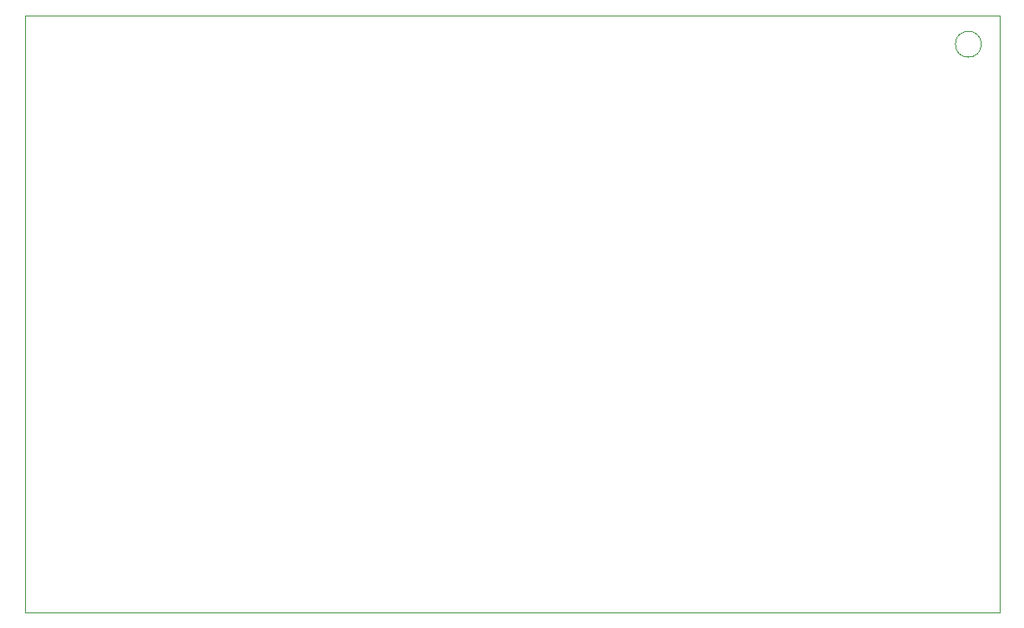
<source format=gm1>
G04 #@! TF.GenerationSoftware,KiCad,Pcbnew,7.0.7*
G04 #@! TF.CreationDate,2024-07-14T01:40:00-07:00*
G04 #@! TF.ProjectId,ACS Arduino Board,41435320-4172-4647-9569-6e6f20426f61,rev?*
G04 #@! TF.SameCoordinates,Original*
G04 #@! TF.FileFunction,Profile,NP*
%FSLAX46Y46*%
G04 Gerber Fmt 4.6, Leading zero omitted, Abs format (unit mm)*
G04 Created by KiCad (PCBNEW 7.0.7) date 2024-07-14 01:40:00*
%MOMM*%
%LPD*%
G01*
G04 APERTURE LIST*
G04 #@! TA.AperFunction,Profile*
%ADD10C,0.100000*%
G04 #@! TD*
G04 APERTURE END LIST*
D10*
X25400000Y-25400000D02*
X120650000Y-25400000D01*
X120650000Y-83820000D01*
X25400000Y-83820000D01*
X25400000Y-25400000D01*
X118872000Y-28194000D02*
G75*
G03*
X118872000Y-28194000I-1270000J0D01*
G01*
M02*

</source>
